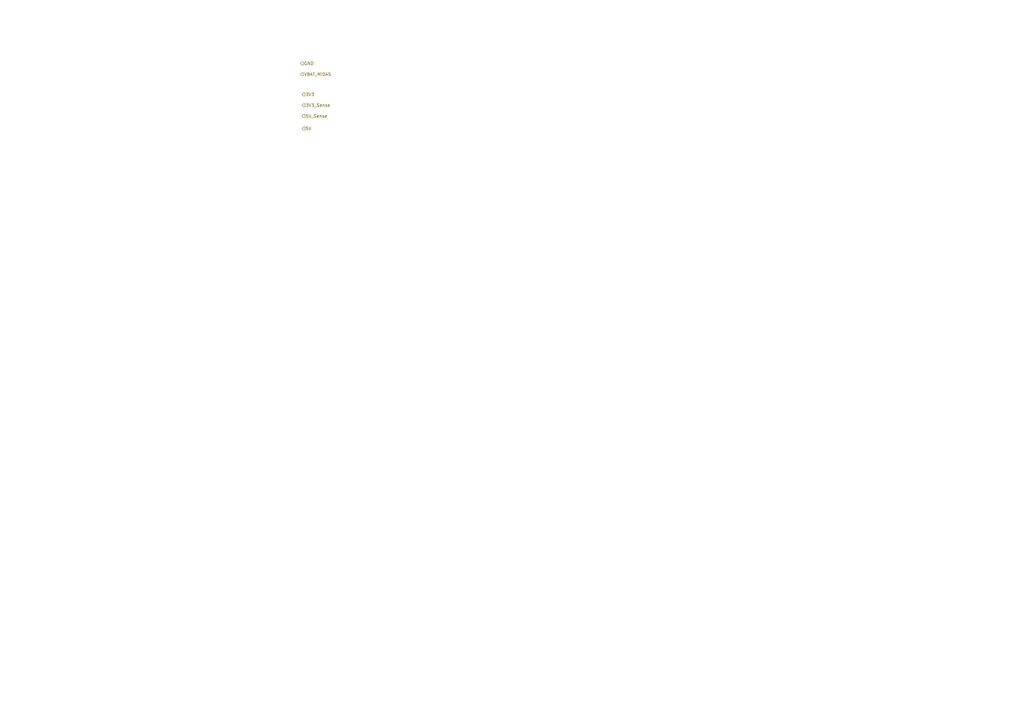
<source format=kicad_sch>
(kicad_sch (version 20230121) (generator eeschema)

  (uuid a3d4693f-0e63-4941-9445-becc1a2c32d1)

  (paper "A3")

  (title_block
    (title "MIDAS Pyro Circuitry")
    (date "2023-09-15")
    (rev "A")
    (company "Illinois Space Society")
  )

  (lib_symbols
  )


  (hierarchical_label "3V3" (shape input) (at 123.825 38.735 0) (fields_autoplaced)
    (effects (font (size 1.27 1.27)) (justify left))
    (uuid 4c09e2a0-5749-440c-a4ab-4f5df3234bb2)
  )
  (hierarchical_label "5V_Sense" (shape input) (at 123.825 47.625 0) (fields_autoplaced)
    (effects (font (size 1.27 1.27)) (justify left))
    (uuid 5663bfaa-29d1-4105-8c90-cfb9875f7072)
  )
  (hierarchical_label "VBAT_MIDAS" (shape input) (at 123.19 30.48 0) (fields_autoplaced)
    (effects (font (size 1.27 1.27)) (justify left))
    (uuid 6862f957-38ac-42f3-be19-960af7693e0d)
  )
  (hierarchical_label "5V" (shape input) (at 123.825 52.705 0) (fields_autoplaced)
    (effects (font (size 1.27 1.27)) (justify left))
    (uuid 93569a87-5ce9-4578-b5ed-afb210b6a998)
  )
  (hierarchical_label "GND" (shape input) (at 123.19 26.035 0) (fields_autoplaced)
    (effects (font (size 1.27 1.27)) (justify left))
    (uuid 9b277e23-51d6-4d0e-925a-4497308ce864)
  )
  (hierarchical_label "3V3_Sense" (shape input) (at 123.825 43.18 0) (fields_autoplaced)
    (effects (font (size 1.27 1.27)) (justify left))
    (uuid e2a92000-9821-4b5c-8fb0-61a2d957d273)
  )
)

</source>
